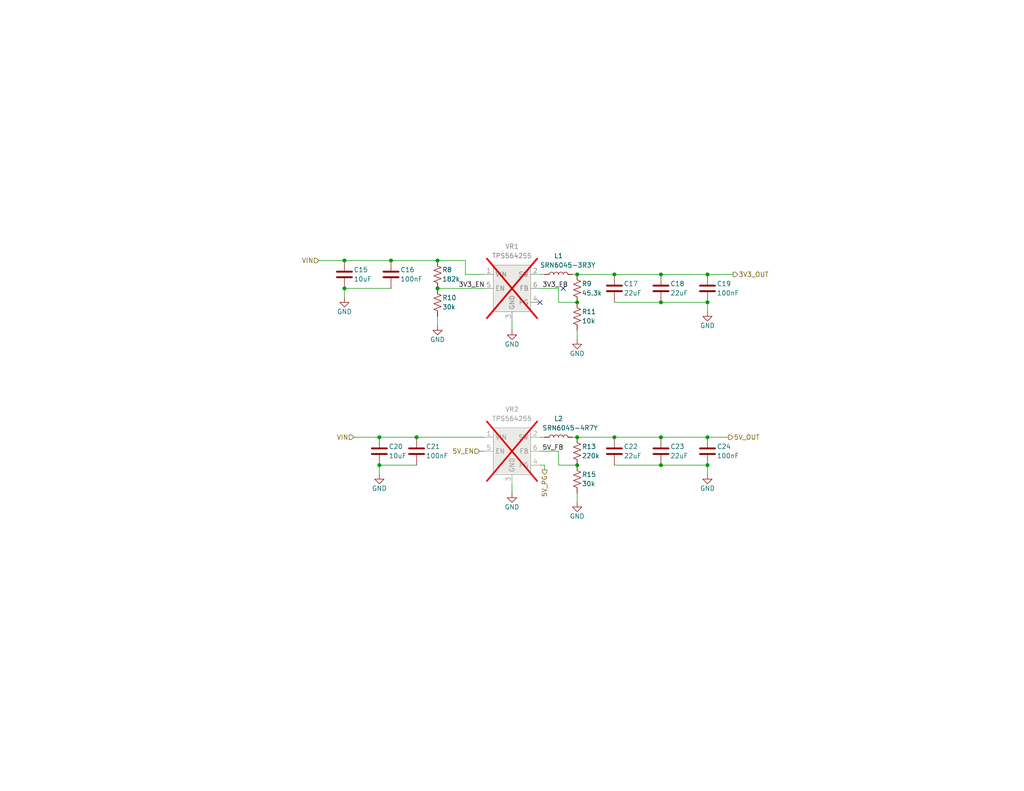
<source format=kicad_sch>
(kicad_sch (version 20231120) (generator "eeschema") (generator_version "8.0")
  (paper "A")
  (title_block (title "Protogen Power Supply") (date "2023-12-07") (rev "1") (company "MyloWhylo Mechatronics Inc."))
  (lib_symbols
    (symbol "Device:C" (pin_numbers hide) (pin_names (offset 0.254))
      (property "Reference" "C" (at 0.635 2.54 0))
      (property "Value" "C" (at 0.635 -2.54 0))
      (symbol "C_0_1"
        (polyline (pts (xy -2.032 -0.762) (xy 2.032 -0.762)) (stroke (width 0.508)))
        (polyline (pts (xy -2.032 0.762) (xy 2.032 0.762)) (stroke (width 0.508)))
      )
      (symbol "C_1_1"
        (pin passive line (at 0 3.81 270) (length 2.794) (name "~") (number "1"))
        (pin passive line (at 0 -3.81 90) (length 2.794) (name "~") (number "2"))
      )
    )
    (symbol "Device:L" (pin_numbers hide) (pin_names (offset 1.016) hide)
      (property "Reference" "L" (at -1.27 0 90))
      (property "Value" "L" (at 1.905 0 90))
      (symbol "L_0_1"
        (arc (start 0 -2.54) (mid 0.6323 -1.905) (end 0 -1.27))
        (arc (start 0 -1.27) (mid 0.6323 -0.635) (end 0 0))
        (arc (start 0 0) (mid 0.6323 0.635) (end 0 1.27))
        (arc (start 0 1.27) (mid 0.6323 1.905) (end 0 2.54))
      )
      (symbol "L_1_1"
        (pin passive line (at 0 3.81 270) (length 1.27) (name "1") (number "1"))
        (pin passive line (at 0 -3.81 90) (length 1.27) (name "2") (number "2"))
      )
    )
    (symbol "Device:R_US" (pin_numbers hide) (pin_names (offset 0))
      (property "Reference" "R" (at 2.54 0 90))
      (property "Value" "R_US" (at -2.54 0 90))
      (symbol "R_US_0_1"
        (polyline (pts (xy 0 -2.286) (xy 0 -2.54)))
        (polyline (pts (xy 0 2.286) (xy 0 2.54)))
        (polyline (pts (xy 0 -0.762) (xy 1.016 -1.143) (xy 0 -1.524) (xy -1.016 -1.905) (xy 0 -2.286)))
        (polyline (pts (xy 0 0.762) (xy 1.016 0.381) (xy 0 0) (xy -1.016 -0.381) (xy 0 -0.762)))
        (polyline (pts (xy 0 2.286) (xy 1.016 1.905) (xy 0 1.524) (xy -1.016 1.143) (xy 0 0.762)))
      )
      (symbol "R_US_1_1"
        (pin passive line (at 0 3.81 270) (length 1.27) (name "~") (number "1"))
        (pin passive line (at 0 -3.81 90) (length 1.27) (name "~") (number "2"))
      )
    )
    (symbol "ProtoPico_Symbols:TPS56425x"
      (property "Reference" "VR" (at 0 10.16 0))
      (property "Value" "TPS56425x" (at 0 0 0))
      (symbol "TPS56425x_1_1"
        (rectangle (start -5.08 6.35) (end 5.08 -6.35) (fill (type background)))
        (pin power_in line (at -7.62 3.81 0) (length 2.54) (name "VIN") (number "1"))
        (pin power_out line (at 7.62 3.81 180) (length 2.54) (name "SW") (number "2"))
        (pin power_out line (at 0 -8.89 90) (length 2.54) (name "GND") (number "3"))
        (pin open_collector line (at 7.62 -3.81 180) (length 2.54) (name "PG") (number "4"))
        (pin input line (at -7.62 0 0) (length 2.54) (name "EN") (number "5"))
        (pin input line (at 7.62 0 180) (length 2.54) (name "FB") (number "6"))
      )
    )
    (symbol "power:GND" (power) (pin_names (offset 0))
      (property "Value" "GND" (at 0 -3.81 0))
      (symbol "GND_0_1"
        (polyline (pts (xy 0 0) (xy 0 -1.27) (xy 1.27 -1.27) (xy 0 -2.54) (xy -1.27 -1.27) (xy 0 -1.27)))
      )
      (symbol "GND_1_1"
        (pin power_in line (at 0 0 270) (length 0) hide (name "GND") (number "1"))
      )
    )
  )
  (junction (at 180.34 119.38))
  (junction (at 119.38 78.74))
  (junction (at 157.48 74.93))
  (junction (at 119.38 71.12))
  (junction (at 157.48 119.38))
  (junction (at 157.48 82.55))
  (junction (at 167.64 74.93))
  (junction (at 157.48 127))
  (junction (at 106.68 71.12))
  (junction (at 193.04 127))
  (junction (at 113.665 119.38))
  (junction (at 103.505 119.38))
  (junction (at 93.98 71.12))
  (junction (at 193.04 82.55))
  (junction (at 180.34 127))
  (junction (at 167.64 119.38))
  (junction (at 193.04 119.38))
  (junction (at 180.34 74.93))
  (junction (at 93.98 78.74))
  (junction (at 193.04 74.93))
  (junction (at 103.505 127))
  (junction (at 180.34 82.55))
  (no_connect (at 147.32 82.55))
  (no_connect (at 153.67 78.74))
  (wire (pts (xy 148.59 127) (xy 148.59 128.27)))
  (wire (pts (xy 86.995 71.12) (xy 93.98 71.12)))
  (wire (pts (xy 157.48 137.16) (xy 157.48 134.62)))
  (wire (pts (xy 119.38 86.36) (xy 119.38 88.9)))
  (wire (pts (xy 96.52 119.38) (xy 103.505 119.38)))
  (wire (pts (xy 152.4 123.19) (xy 152.4 127)))
  (wire (pts (xy 180.34 82.55) (xy 193.04 82.55)))
  (wire (pts (xy 103.505 127) (xy 103.505 129.54)))
  (wire (pts (xy 127 74.93) (xy 132.08 74.93)))
  (wire (pts (xy 180.34 127) (xy 193.04 127)))
  (wire (pts (xy 167.64 82.55) (xy 180.34 82.55)))
  (wire (pts (xy 119.38 71.12) (xy 127 71.12)))
  (wire (pts (xy 93.98 78.74) (xy 106.68 78.74)))
  (wire (pts (xy 156.21 119.38) (xy 157.48 119.38)))
  (wire (pts (xy 103.505 119.38) (xy 113.665 119.38)))
  (wire (pts (xy 119.38 78.74) (xy 132.08 78.74)))
  (wire (pts (xy 157.48 92.71) (xy 157.48 90.17)))
  (wire (pts (xy 193.04 82.55) (xy 193.04 85.09)))
  (wire (pts (xy 180.34 119.38) (xy 193.04 119.38)))
  (wire (pts (xy 147.32 74.93) (xy 148.59 74.93)))
  (wire (pts (xy 156.21 74.93) (xy 157.48 74.93)))
  (wire (pts (xy 147.32 123.19) (xy 152.4 123.19)))
  (wire (pts (xy 130.81 123.19) (xy 132.08 123.19)))
  (wire (pts (xy 167.64 127) (xy 180.34 127)))
  (wire (pts (xy 93.98 71.12) (xy 106.68 71.12)))
  (wire (pts (xy 113.665 119.38) (xy 132.08 119.38)))
  (wire (pts (xy 157.48 74.93) (xy 167.64 74.93)))
  (wire (pts (xy 127 71.12) (xy 127 74.93)))
  (wire (pts (xy 193.04 74.93) (xy 200.025 74.93)))
  (wire (pts (xy 93.98 78.74) (xy 93.98 81.28)))
  (wire (pts (xy 106.68 71.12) (xy 119.38 71.12)))
  (wire (pts (xy 147.32 127) (xy 148.59 127)))
  (wire (pts (xy 103.505 127) (xy 113.665 127)))
  (wire (pts (xy 139.7 87.63) (xy 139.7 90.17)))
  (wire (pts (xy 157.48 119.38) (xy 167.64 119.38)))
  (wire (pts (xy 180.34 74.93) (xy 193.04 74.93)))
  (wire (pts (xy 152.4 78.74) (xy 152.4 82.55)))
  (wire (pts (xy 147.32 78.74) (xy 152.4 78.74)))
  (wire (pts (xy 147.32 119.38) (xy 148.59 119.38)))
  (wire (pts (xy 193.04 119.38) (xy 198.755 119.38)))
  (wire (pts (xy 152.4 82.55) (xy 157.48 82.55)))
  (wire (pts (xy 152.4 127) (xy 157.48 127)))
  (wire (pts (xy 167.64 74.93) (xy 180.34 74.93)))
  (wire (pts (xy 167.64 119.38) (xy 180.34 119.38)))
  (wire (pts (xy 193.04 127) (xy 193.04 129.54)))
  (wire (pts (xy 139.7 132.08) (xy 139.7 134.62)))
  (label "5V_FB" (at 147.955 123.19 0))
  (label "3V3_EN" (at 125.095 78.74 0))
  (label "3V3_FB" (at 147.955 78.74 0))
  (hierarchical_label "VIN" (shape input) (at 86.995 71.12 180))
  (hierarchical_label "VIN" (shape input) (at 96.52 119.38 180))
  (hierarchical_label "3V3_OUT" (shape output) (at 200.025 74.93 0))
  (hierarchical_label "5V_PG" (shape output) (at 148.59 128.27 270))
  (hierarchical_label "5V_OUT" (shape output) (at 198.755 119.38 0))
  (hierarchical_label "5V_EN" (shape input) (at 130.81 123.19 180))
  (symbol (lib_id "Device:L") (at 152.4 74.93 90) (unit 1)
    (property "Reference" "L1" (at 152.4 69.85 90))
    (property "Value" "SRN6045-3R3Y" (at 154.94 72.39 90))
    (property "Footprint" "Inductor_SMD:L_Bourns-SRN6028" (effects (hide yes)))
  )
  (symbol (lib_id "Device:C") (at 180.34 123.19 0) (unit 1)
    (property "Reference" "C23" (at 182.88 121.92 0) (effects (justify left)))
    (property "Value" "22uF" (at 182.88 124.46 0) (effects (justify left)))
    (property "Footprint" "Capacitor_SMD:C_0805_2012Metric" (effects (hide yes)))
  )
  (symbol (lib_id "ProtoPico_Symbols:TPS56425x") (at 139.7 78.74 0) (unit 1) (dnp yes)
    (property "Reference" "VR1" (at 139.7 67.31 0))
    (property "Value" "TPS564255" (at 139.7 69.85 0))
    (property "Footprint" "Package_TO_SOT_SMD:SOT-563" (effects (hide yes)))
    (property "Datasheet" "https://www.ti.com/lit/ds/symlink/tps564252.pdf" (effects (hide yes)))
  )
  (symbol (lib_id "Device:C") (at 193.04 78.74 0) (unit 1)
    (property "Reference" "C19" (at 195.58 77.47 0) (effects (justify left)))
    (property "Value" "100nF" (at 195.58 80.01 0) (effects (justify left)))
    (property "Footprint" "Capacitor_SMD:C_0603_1608Metric" (effects (hide yes)))
  )
  (symbol (lib_id "power:GND") (at 139.7 134.62 0) (unit 1)
    (property "Reference" "#PWR062" (effects (hide yes)))
    (property "Value" "GND" (at 139.7 138.43 0))
  )
  (symbol (lib_id "power:GND") (at 193.04 129.54 0) (unit 1)
    (property "Reference" "#PWR060" (effects (hide yes)))
    (property "Value" "GND" (at 193.04 133.35 0))
  )
  (symbol (lib_id "Device:C") (at 106.68 74.93 0) (unit 1)
    (property "Reference" "C16" (at 109.22 73.66 0) (effects (justify left)))
    (property "Value" "100nF" (at 109.22 76.2 0) (effects (justify left)))
    (property "Footprint" "Capacitor_SMD:C_0603_1608Metric" (effects (hide yes)))
  )
  (symbol (lib_id "Device:R_US") (at 157.48 130.81 0) (unit 1)
    (property "Reference" "R15" (at 158.75 129.54 0) (effects (justify left)))
    (property "Value" "30k" (at 158.75 132.08 0) (effects (justify left)))
    (property "Footprint" "Resistor_SMD:R_0402_1005Metric" (effects (hide yes)))
  )
  (symbol (lib_id "Device:R_US") (at 119.38 82.55 0) (unit 1)
    (property "Reference" "R10" (at 120.65 81.28 0) (effects (justify left)))
    (property "Value" "30k" (at 120.65 83.82 0) (effects (justify left)))
    (property "Footprint" "Resistor_SMD:R_0805_2012Metric_Pad1.20x1.40mm_HandSolder" (effects (hide yes)))
  )
  (symbol (lib_id "Device:L") (at 152.4 119.38 90) (unit 1)
    (property "Reference" "L2" (at 152.4 114.3 90))
    (property "Value" "SRN6045-4R7Y" (at 155.575 116.84 90))
    (property "Footprint" "Inductor_SMD:L_Bourns-SRN6028" (effects (hide yes)))
  )
  (symbol (lib_id "power:GND") (at 157.48 92.71 0) (unit 1)
    (property "Reference" "#PWR056" (effects (hide yes)))
    (property "Value" "GND" (at 157.48 96.52 0))
  )
  (symbol (lib_id "power:GND") (at 103.505 129.54 0) (unit 1)
    (property "Reference" "#PWR059" (effects (hide yes)))
    (property "Value" "GND" (at 103.505 133.35 0))
  )
  (symbol (lib_id "Device:R_US") (at 157.48 86.36 0) (unit 1)
    (property "Reference" "R11" (at 158.75 85.09 0) (effects (justify left)))
    (property "Value" "10k" (at 158.75 87.63 0) (effects (justify left)))
    (property "Footprint" "Resistor_SMD:R_0402_1005Metric" (effects (hide yes)))
  )
  (symbol (lib_id "Device:C") (at 167.64 123.19 0) (unit 1)
    (property "Reference" "C22" (at 170.18 121.92 0) (effects (justify left)))
    (property "Value" "22uF" (at 170.18 124.46 0) (effects (justify left)))
    (property "Footprint" "Capacitor_SMD:C_0805_2012Metric" (effects (hide yes)))
  )
  (symbol (lib_id "Device:C") (at 93.98 74.93 0) (unit 1)
    (property "Reference" "C15" (at 96.52 73.66 0) (effects (justify left)))
    (property "Value" "10uF" (at 96.52 76.2 0) (effects (justify left)))
    (property "Footprint" "Capacitor_SMD:C_0805_2012Metric" (effects (hide yes)))
  )
  (symbol (lib_id "power:GND") (at 119.38 88.9 0) (unit 1)
    (property "Reference" "#PWR054" (effects (hide yes)))
    (property "Value" "GND" (at 119.38 92.71 0))
  )
  (symbol (lib_id "Device:R_US") (at 157.48 123.19 0) (unit 1)
    (property "Reference" "R13" (at 158.75 121.92 0) (effects (justify left)))
    (property "Value" "220k" (at 158.75 124.46 0) (effects (justify left)))
    (property "Footprint" "Resistor_SMD:R_0402_1005Metric" (effects (hide yes)))
  )
  (symbol (lib_id "Device:C") (at 113.665 123.19 0) (unit 1)
    (property "Reference" "C21" (at 116.205 121.92 0) (effects (justify left)))
    (property "Value" "100nF" (at 116.205 124.46 0) (effects (justify left)))
    (property "Footprint" "Capacitor_SMD:C_0603_1608Metric" (effects (hide yes)))
  )
  (symbol (lib_id "power:GND") (at 157.48 137.16 0) (unit 1)
    (property "Reference" "#PWR063" (effects (hide yes)))
    (property "Value" "GND" (at 157.48 140.97 0))
  )
  (symbol (lib_id "power:GND") (at 139.7 90.17 0) (unit 1)
    (property "Reference" "#PWR055" (effects (hide yes)))
    (property "Value" "GND" (at 139.7 93.98 0))
  )
  (symbol (lib_id "Device:R_US") (at 157.48 78.74 0) (unit 1)
    (property "Reference" "R9" (at 158.75 77.47 0) (effects (justify left)))
    (property "Value" "45.3k" (at 158.75 80.01 0) (effects (justify left)))
    (property "Footprint" "Resistor_SMD:R_0402_1005Metric" (effects (hide yes)))
  )
  (symbol (lib_id "Device:C") (at 193.04 123.19 0) (unit 1)
    (property "Reference" "C24" (at 195.58 121.92 0) (effects (justify left)))
    (property "Value" "100nF" (at 195.58 124.46 0) (effects (justify left)))
    (property "Footprint" "Capacitor_SMD:C_0603_1608Metric" (effects (hide yes)))
  )
  (symbol (lib_id "Device:C") (at 180.34 78.74 0) (unit 1)
    (property "Reference" "C18" (at 182.88 77.47 0) (effects (justify left)))
    (property "Value" "22uF" (at 182.88 80.01 0) (effects (justify left)))
    (property "Footprint" "Capacitor_SMD:C_0805_2012Metric" (effects (hide yes)))
  )
  (symbol (lib_id "Device:C") (at 167.64 78.74 0) (unit 1)
    (property "Reference" "C17" (at 170.18 77.47 0) (effects (justify left)))
    (property "Value" "22uF" (at 170.18 80.01 0) (effects (justify left)))
    (property "Footprint" "Capacitor_SMD:C_0805_2012Metric" (effects (hide yes)))
  )
  (symbol (lib_id "power:GND") (at 93.98 81.28 0) (unit 1)
    (property "Reference" "#PWR052" (effects (hide yes)))
    (property "Value" "GND" (at 93.98 85.09 0))
  )
  (symbol (lib_id "Device:R_US") (at 119.38 74.93 0) (unit 1)
    (property "Reference" "R8" (at 120.65 73.66 0) (effects (justify left)))
    (property "Value" "182k" (at 120.65 76.2 0) (effects (justify left)))
    (property "Footprint" "Resistor_SMD:R_0805_2012Metric_Pad1.20x1.40mm_HandSolder" (effects (hide yes)))
  )
  (symbol (lib_id "ProtoPico_Symbols:TPS56425x") (at 139.7 123.19 0) (unit 1) (dnp yes)
    (property "Reference" "VR2" (at 139.7 111.76 0))
    (property "Value" "TPS564255" (at 139.7 114.3 0))
    (property "Footprint" "Package_TO_SOT_SMD:SOT-563" (effects (hide yes)))
    (property "Datasheet" "https://www.ti.com/lit/ds/symlink/tps564252.pdf" (effects (hide yes)))
  )
  (symbol (lib_id "Device:C") (at 103.505 123.19 0) (unit 1)
    (property "Reference" "C20" (at 106.045 121.92 0) (effects (justify left)))
    (property "Value" "10uF" (at 106.045 124.46 0) (effects (justify left)))
    (property "Footprint" "Capacitor_SMD:C_0805_2012Metric" (effects (hide yes)))
  )
  (symbol (lib_id "power:GND") (at 193.04 85.09 0) (unit 1)
    (property "Reference" "#PWR053" (effects (hide yes)))
    (property "Value" "GND" (at 193.04 88.9 0))
  )
)
</source>
